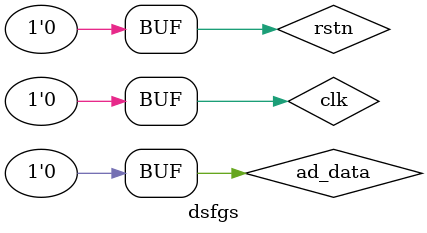
<source format=v>
`timescale 1ns / 1ps


module dsfgs;

	// Inputs
	reg clk;
	reg rstn;
	reg ad_data;

	// Outputs
	wire ad_cs;
	wire ad_clk;
	wire [7:0] seg;
	wire [3:0] sel;

	// Instantiate the Unit Under Test (UUT)
	main uut (
		.clk(clk), 
		.rstn(rstn), 
		.ad_data(ad_data), 
		.ad_cs(ad_cs), 
		.ad_clk(ad_clk), 
		.seg(seg), 
		.sel(sel)
	);

	initial begin
		// Initialize Inputs
		clk = 0;
		rstn = 0;
		ad_data = 0;

		// Wait 100 ns for global reset to finish
		#100;
        
		// Add stimulus here

	end
      
endmodule


</source>
